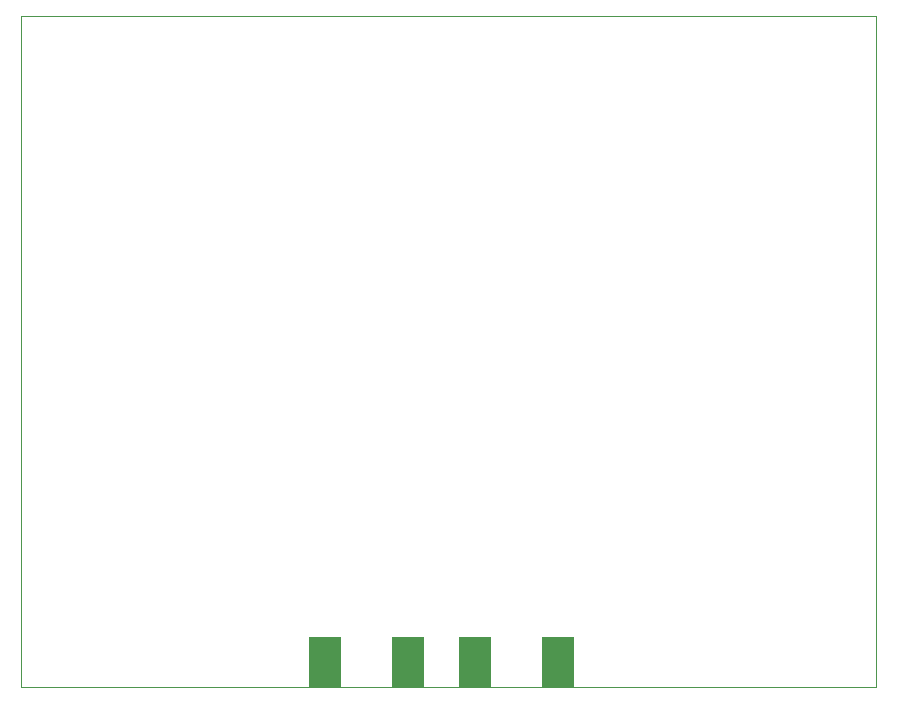
<source format=gbp>
G75*
%MOIN*%
%OFA0B0*%
%FSLAX25Y25*%
%IPPOS*%
%LPD*%
%AMOC8*
5,1,8,0,0,1.08239X$1,22.5*
%
%ADD10C,0.00000*%
%ADD11R,0.10500X0.16500*%
D10*
X0002370Y0038506D02*
X0002370Y0262207D01*
X0287291Y0262207D01*
X0287291Y0038506D01*
X0002370Y0038506D01*
X0095370Y0038506D02*
X0139370Y0038506D01*
X0145370Y0038506D02*
X0189370Y0038506D01*
D11*
X0181128Y0046835D03*
X0153612Y0046835D03*
X0131128Y0046835D03*
X0103612Y0046835D03*
M02*

</source>
